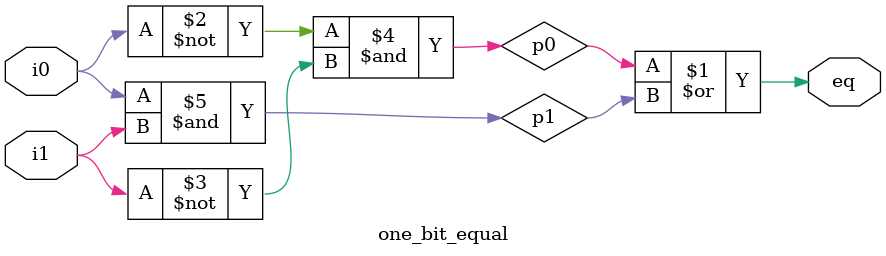
<source format=v>
module one_bit_equal
   // I/O ports
   (
    input wire i0, i1,
    output wire eq
   );

   // signal declaration
   wire p0, p1;

   // body
   // sum of two product terms
      assign eq = p0 | p1;
   
  assign p0 = ~i0 & ~i1;
  assign  p1 = i0 & i1;

endmodule
</source>
